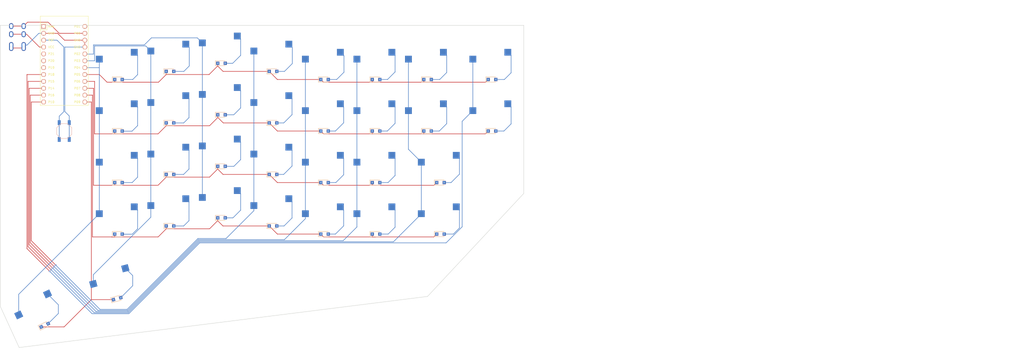
<source format=kicad_pcb>
(kicad_pcb (version 20221018) (generator pcbnew)
  (title_block (title "right") (rev "v1.0.0") (company "Unknown"))
  (layers (0 "F.Cu" signal) (31 "B.Cu" signal) (34 "B.Paste" user) (35 "F.Paste" user) (36 "B.SilkS" user "B.Silkscreen") (37 "F.SilkS" user "F.Silkscreen") (38 "B.Mask" user) (39 "F.Mask" user) (44 "Edge.Cuts" user))
  (net 0 "")
  (net 1 "P16")
  (net 2 "mirror_one_bottom")
  (net 3 "mirror_one_home")
  (net 4 "mirror_one_top")
  (net 5 "mirror_one_number")
  (net 6 "P10")
  (net 7 "mirror_two_bottom")
  (net 8 "mirror_two_home")
  (net 9 "mirror_two_top")
  (net 10 "mirror_two_number")
  (net 11 "P2")
  (net 12 "mirror_three_bottom")
  (net 13 "mirror_three_home")
  (net 14 "mirror_three_top")
  (net 15 "mirror_three_number")
  (net 16 "P3")
  (net 17 "mirror_four_bottom")
  (net 18 "mirror_four_home")
  (net 19 "mirror_four_top")
  (net 20 "mirror_four_number")
  (net 21 "P4")
  (net 22 "mirror_five_bottom")
  (net 23 "mirror_five_home")
  (net 24 "mirror_five_top")
  (net 25 "mirror_five_number")
  (net 26 "P14")
  (net 27 "minus_bottom")
  (net 28 "minus_home")
  (net 29 "minus_top")
  (net 30 "minus_number")
  (net 31 "P15")
  (net 32 "plus_bottom")
  (net 33 "plus_home")
  (net 34 "plus_top")
  (net 35 "plus_number")
  (net 36 "P18")
  (net 37 "backspace_top")
  (net 38 "backspace_number")
  (net 39 "mirror_four_meta")
  (net 40 "mirror_five_meta")
  (net 41 "P8")
  (net 42 "P7")
  (net 43 "P6")
  (net 44 "P5")
  (net 45 "P9")
  (net 46 "RAW")
  (net 47 "GND")
  (net 48 "RST")
  (net 49 "VCC")
  (net 50 "P21")
  (net 51 "P20")
  (net 52 "P19")
  (net 53 "P1")
  (net 54 "P0")
  (footprint "E73:SW_TACT_ALPS_SKQGABE010" (layer "F.Cu") (at 128.675 144.05 -90)
    (fp_text reference "B1" hide)
    (fp_text value "" hide)
  )
  (footprint "MX" (layer "F.Cu") (at 167.775 136.05)
    (fp_text reference "S15" hide)
    (fp_text value "" hide)
  )
  (footprint "MX" (layer "F.Cu") (at 186.825 152.1)
    (fp_text reference "S10" hide)
    (fp_text value "" hide)
  )
  (footprint "Diode_SMD:Nexperia_CFP3_SOD-123W" (layer "F.Cu") (at 263.025 125)
    (fp_text reference "D28" hide)
    (fp_text value "Nexperia_CFP3_SOD-123W" hide)
  )
  (footprint "MX" (layer "F.Cu") (at 286.8375 120)
    (fp_text reference "S30" hide)
    (fp_text value "" hide)
  )
  (footprint "MX" (layer "F.Cu") (at 263.025 120)
    (fp_text reference "S28" hide)
    (fp_text value "" hide)
  )
  (footprint "Diode_SMD:Nexperia_CFP3_SOD-123W" (layer "F.Cu") (at 286.8375 144.05)
    (fp_text reference "D29" hide)
    (fp_text value "Nexperia_CFP3_SOD-123W" hide)
  )
  (footprint "Diode_SMD:Nexperia_CFP3_SOD-123W" (layer "F.Cu") (at 148.725 163.1)
    (fp_text reference "D18" hide)
    (fp_text value "Nexperia_CFP3_SOD-123W" hide)
  )
  (footprint "MX" (layer "F.Cu") (at 119.340001 211.347535 25)
    (fp_text reference "S32" hide)
    (fp_text value "" hide)
  )
  (footprint "MX" (layer "F.Cu") (at 205.875 174.15)
    (fp_text reference "S5" hide)
    (fp_text value "" hide)
  )
  (footprint "MX" (layer "F.Cu") (at 186.825 114)
    (fp_text reference "S12" hide)
    (fp_text value "" hide)
  )
  (footprint "MX" (layer "F.Cu") (at 148.725 177.15)
    (fp_text reference "S17" hide)
    (fp_text value "" hide)
  )
  (footprint "Diode_SMD:Nexperia_CFP3_SOD-123W" (layer "F.Cu") (at 205.875 141.05)
    (fp_text reference "D7" hide)
    (fp_text value "Nexperia_CFP3_SOD-123W" hide)
  )
  (footprint "Diode_SMD:Nexperia_CFP3_SOD-123W" (layer "F.Cu") (at 267.7875 182.15)
    (fp_text reference "D25" hide)
    (fp_text value "Nexperia_CFP3_SOD-123W" hide)
  )
  (footprint "MX" (layer "F.Cu") (at 267.7875 158.1)
    (fp_text reference "S26" hide)
    (fp_text value "" hide)
  )
  (footprint "Diode_SMD:Nexperia_CFP3_SOD-123W" (layer "F.Cu") (at 224.925 144.05)
    (fp_text reference "D3" hide)
    (fp_text value "Nexperia_CFP3_SOD-123W" hide)
  )
  (footprint "MX" (layer "F.Cu") (at 167.775 155.1)
    (fp_text reference "S14" hide)
    (fp_text value "" hide)
  )
  (footprint "Diode_SMD:Nexperia_CFP3_SOD-123W" (layer "F.Cu") (at 148.725 125)
    (fp_text reference "D20" hide)
    (fp_text value "Nexperia_CFP3_SOD-123W" hide)
  )
  (footprint "MX" (layer "F.Cu") (at 243.975 139.05)
    (fp_text reference "S23" hide)
    (fp_text value "" hide)
  )
  (footprint "MX" (layer "F.Cu") (at 146.92704 201.2 15)
    (fp_text reference "S31" hide)
    (fp_text value "" hide)
  )
  (footprint "Diode_SMD:Nexperia_CFP3_SOD-123W" (layer "F.Cu") (at 121.453093 215.879074 25)
    (fp_text reference "D32" hide)
    (fp_text value "Nexperia_CFP3_SOD-123W" hide)
  )
  (footprint "Diode_SMD:Nexperia_CFP3_SOD-123W" (layer "F.Cu") (at 167.775 160.1)
    (fp_text reference "D14" hide)
    (fp_text value "Nexperia_CFP3_SOD-123W" hide)
  )
  (footprint "MX" (layer "F.Cu") (at 243.975 120)
    (fp_text reference "S24" hide)
    (fp_text value "" hide)
  )
  (footprint "MX" (layer "F.Cu") (at 243.975 177.15)
    (fp_text reference "S21" hide)
    (fp_text value "" hide)
  )
  (footprint "Diode_SMD:Nexperia_CFP3_SOD-123W" (layer "F.Cu") (at 148.725 182.15)
    (fp_text reference "D17" hide)
    (fp_text value "Nexperia_CFP3_SOD-123W" hide)
  )
  (footprint "Diode_SMD:Nexperia_CFP3_SOD-123W" (layer "F.Cu") (at 224.925 163.1)
    (fp_text reference "D2" hide)
    (fp_text value "Nexperia_CFP3_SOD-123W" hide)
  )
  (footprint "ProMicro" (layer "F.Cu") (at 128.675 119.35 -90)
    (fp_text reference "MCU1" hide)
    (fp_text value "" hide)
  )
  (footprint "Diode_SMD:Nexperia_CFP3_SOD-123W" (layer "F.Cu") (at 167.775 141.05)
    (fp_text reference "D15" hide)
    (fp_text value "Nexperia_CFP3_SOD-123W" hide)
  )
  (footprint "MX" (layer "F.Cu") (at 243.975 158.1)
    (fp_text reference "S22" hide)
    (fp_text value "" hide)
  )
  (footprint "MX" (layer "F.Cu") (at 148.725 120)
    (fp_text reference "S20" hide)
    (fp_text value "" hide)
  )
  (footprint "Diode_SMD:Nexperia_CFP3_SOD-123W" (layer "F.Cu") (at 243.975 125)
    (fp_text reference "D24" hide)
    (fp_text value "Nexperia_CFP3_SOD-123W" hide)
  )
  (footprint "Diode_SMD:Nexperia_CFP3_SOD-123W" (layer "F.Cu") (at 186.825 138.05)
    (fp_text reference "D11" hide)
    (fp_text value "Nexperia_CFP3_SOD-123W" hide)
  )
  (footprint "MX" (layer "F.Cu") (at 224.925 120)
    (fp_text reference "S4" hide)
    (fp_text value "" hide)
  )
  (footprint "Diode_SMD:Nexperia_CFP3_SOD-123W" (layer "F.Cu") (at 205.875 122)
    (fp_text reference "D8" hide)
    (fp_text value "Nexperia_CFP3_SOD-123W" hide)
  )
  (footprint "MX" (layer "F.Cu") (at 224.925 158.1)
    (fp_text reference "S2" hide)
    (fp_text value "" hide)
  )
  (footprint "TRRS-PJ-320A-dual" (layer "F.Cu") (at 113.675 102.05)
    (fp_text reference "TRRS1")
    (fp_text value "TRRS-PJ-320A-dual")
  )
  (footprint "Diode_SMD:Nexperia_CFP3_SOD-123W" (layer "F.Cu") (at 205.875 160.1)
    (fp_text reference "D6" hide)
    (fp_text value "Nexperia_CFP3_SOD-123W" hide)
  )
  (footprint "Diode_SMD:Nexperia_CFP3_SOD-123W" (layer "F.Cu") (at 224.925 125)
    (fp_text reference "D4" hide)
    (fp_text value "Nexperia_CFP3_SOD-123W" hide)
  )
  (footprint "Diode_SMD:Nexperia_CFP3_SOD-123W" (layer "F.Cu") (at 286.8375 125)
    (fp_text reference "D30" hide)
    (fp_text value "Nexperia_CFP3_SOD-123W" hide)
  )
  (footprint "MX" (layer "F.Cu") (at 267.7875 177.15)
    (fp_text reference "S25" hide)
    (fp_text value "" hide)
  )
  (footprint "MX" (layer "F.Cu") (at 167.775 174.15)
    (fp_text reference "S13" hide)
    (fp_text value "" hide)
  )
  (footprint "MX" (layer "F.Cu") (at 224.925 177.15)
    (fp_text reference "S1" hide)
    (fp_text value "" hide)
  )
  (footprint "Diode_SMD:Nexperia_CFP3_SOD-123W" (layer "F.Cu") (at 243.975 163.1)
    (fp_text reference "D22" hide)
    (fp_text value "Nexperia_CFP3_SOD-123W" hide)
  )
  (footprint "MX" (layer "F.Cu") (at 263.025 139.05)
    (fp_text reference "S27" hide)
    (fp_text value "" hide)
  )
  (footprint "Diode_SMD:Nexperia_CFP3_SOD-123W" (layer "F.Cu") (at 167.775 179.15)
    (fp_text reference "D13" hide)
    (fp_text value "Nexperia_CFP3_SOD-123W" hide)
  )
  (footprint "Diode_SMD:Nexperia_CFP3_SOD-123W" (layer "F.Cu") (at 186.825 119)
    (fp_text reference "D12" hide)
    (fp_text value "Nexperia_CFP3_SOD-123W" hide)
  )
  (footprint "Diode_SMD:Nexperia_CFP3_SOD-123W" (layer "F.Cu") (at 263.025 144.05)
    (fp_text reference "D27" hide)
    (fp_text value "Nexperia_CFP3_SOD-123W" hide)
  )
  (footprint "MX" (layer "F.Cu") (at 205.875 117)
    (fp_text reference "S8" hide)
    (fp_text value "" hide)
  )
  (footprint "Diode_SMD:Nexperia_CFP3_SOD-123W" (layer "F.Cu") (at 224.925 182.15)
    (fp_text reference "D1" hide)
    (fp_text value "Nexperia_CFP3_SOD-123W" hide)
  )
  (footprint "MX" (layer "F.Cu") (at 186.825 133.05)
    (fp_text reference "S11" hide)
    (fp_text value "" hide)
  )
  (footprint "MX" (layer "F.Cu") (at 224.925 139.05)
    (fp_text reference "S3" hide)
    (fp_text value "" hide)
  )
  (footprint "MX" (layer "F.Cu") (at 205.875 155.1)
    (fp_text reference "S6" hide)
    (fp_text value "" hide)
  )
  (footprint "Diode_SMD:Nexperia_CFP3_SOD-123W" (layer "F.Cu") (at 205.875 179.15)
    (fp_text reference "D5" hide)
    (fp_text value "Nexperia_CFP3_SOD-123W" hide)
  )
  (footprint "Diode_SMD:Nexperia_CFP3_SOD-123W" (layer "F.Cu") (at 167.775 122)
    (fp_text reference "D16" hide)
    (fp_text value "Nexperia_CFP3_SOD-123W" hide)
  )
  (footprint "MX" (layer "F.Cu") (at 148.725 158.1)
    (fp_text reference "S18" hide)
    (fp_text value "" hide)
  )
  (footprint "MX" (layer "F.Cu") (at 167.775 117)
    (fp_text reference "S16" hide)
    (fp_text value "" hide)
  )
  (footprint "Diode_SMD:Nexperia_CFP3_SOD-123W" (layer "F.Cu") (at 267.7875 163.1)
    (fp_text reference "D26" hide)
    (fp_text value "Nexperia_CFP3_SOD-123W" hide)
  )
  (footprint "Diode_SMD:Nexperia_CFP3_SOD-123W" (layer "F.Cu") (at 243.975 144.05)
    (fp_text reference "D23" hide)
    (fp_text value "Nexperia_CFP3_SOD-123W" hide)
  )
  (footprint "MX" (layer "F.Cu") (at 286.8375 139.05)
    (fp_text reference "S29" hide)
    (fp_text value "" hide)
  )
  (footprint "Diode_SMD:Nexperia_CFP3_SOD-123W" (layer "F.Cu") (at 148.725 144.05)
    (fp_text reference "D19" hide)
    (fp_text value "Nexperia_CFP3_SOD-123W" hide)
  )
  (footprint "MX" (layer "F.Cu") (at 205.875 136.05)
    (fp_text reference "S7" hide)
    (fp_text value "" hide)
  )
  (footprint "MX" (layer "F.Cu") (at 148.725 139.05)
    (fp_text reference "S19" hide)
    (fp_text value "" hide)
  )
  (footprint "Diode_SMD:Nexperia_CFP3_SOD-123W" (layer "F.Cu") (at 186.825 176.15)
    (fp_text reference "D9" hide)
    (fp_text value "Nexperia_CFP3_SOD-123W" hide)
  )
  (footprint "MX" (layer "F.Cu") (at 186.825 171.15)
    (fp_text reference "S9" hide)
    (fp_text value "" hide)
  )
  (footprint "Diode_SMD:Nexperia_CFP3_SOD-123W" (layer "F.Cu") (at 148.221135 206.029629 15)
    (fp_text reference "D31" hide)
    (fp_text value "Nexperia_CFP3_SOD-123W" hide)
  )
  (footprint "Diode_SMD:Nexperia_CFP3_SOD-123W" (layer "F.Cu") (at 243.975 182.15)
    (fp_text reference "D21" hide)
    (fp_text value "Nexperia_CFP3_SOD-123W" hide)
  )
  (footprint "Diode_SMD:Nexperia_CFP3_SOD-123W" (layer "F.Cu") (at 186.825 157.1)
    (fp_text reference "D10" hide)
    (fp_text value "Nexperia_CFP3_SOD-123W" hide)
  )
  (gr_line (start 298.6 105) (end 298.6 167.1) (stroke (width 0.15)) (layer "Edge.Cuts"))
  (gr_line (start 112 224.1) (end 105 208.8) (stroke (width 0.15)) (layer "Edge.Cuts"))
  (gr_line (start 105 208.8) (end 105 105) (stroke (width 0.15)) (layer "Edge.Cuts"))
  (gr_line (start 263 205.2) (end 112 224.1) (stroke (width 0.15)) (layer "Edge.Cuts"))
  (gr_line (start 105 105) (end 298.6 105) (stroke (width 0.15)) (layer "Edge.Cuts"))
  (gr_line (start 298.6 167.1) (end 263 205.2) (stroke (width 0.15)) (layer "Edge.Cuts"))
  (segment (start 116.1 130.78) (end 121.055 130.78) (width 0.2) (layer "F.Cu") (net 1))
  (segment (start 124.949685 194.18889) (end 116.1 185.339205) (width 0.2) (layer "F.Cu") (net 1))
  (segment (start 124.958226 194.18889) (end 124.949685 194.18889) (width 0.2) (layer "F.Cu") (net 1))
  (segment (start 116.1 185.339205) (end 116.1 130.78) (width 0.2) (layer "F.Cu") (net 1))
  (via (at 124.958226 194.18889) (size 0.6) (drill 0.3) (layers "F.Cu" "B.Cu") (net 1))
  (segment (start 217.84 136.51) (end 217.84 155.56) (width 0.2) (layer "B.Cu") (net 1))
  (segment (start 217.84 176.46) (end 217.84 174.61) (width 0.2) (layer "B.Cu") (net 1))
  (segment (start 152.065686 210.4) (end 178.265686 184.2) (width 0.2) (layer "B.Cu") (net 1))
  (segment (start 124.958226 194.198139) (end 141.160087 210.4) (width 0.2) (layer "B.Cu") (net 1))
  (segment (start 141.160087 210.4) (end 152.065686 210.4) (width 0.2) (layer "B.Cu") (net 1))
  (segment (start 210.1 184.2) (end 217.84 176.46) (width 0.2) (layer "B.Cu") (net 1))
  (segment (start 124.958226 194.18889) (end 124.958226 194.198139) (width 0.2) (layer "B.Cu") (net 1))
  (segment (start 217.84 117.46) (end 217.84 136.51) (width 0.2) (layer "B.Cu") (net 1))
  (segment (start 217.84 174.61) (end 217.84 155.56) (width 0.2) (layer "B.Cu") (net 1))
  (segment (start 178.265686 184.2) (end 210.1 184.2) (width 0.2) (layer "B.Cu") (net 1))
  (segment (start 228.95 182.15) (end 232 179.1) (width 0.2) (layer "B.Cu") (net 2))
  (segment (start 226.325 182.15) (end 228.95 182.15) (width 0.2) (layer "B.Cu") (net 2))
  (segment (start 232 179.1) (end 232 173.303) (width 0.2) (layer "B.Cu") (net 2))
  (segment (start 232 173.303) (end 231.8 173.103) (width 0.2) (layer "B.Cu") (net 2))
  (segment (start 232 154.253) (end 231.9 154.153) (width 0.2) (layer "B.Cu") (net 3))
  (segment (start 232 160.2) (end 232 154.253) (width 0.2) (layer "B.Cu") (net 3))
  (segment (start 226.325 163.1) (end 229.1 163.1) (width 0.2) (layer "B.Cu") (net 3))
  (segment (start 229.1 163.1) (end 232 160.2) (width 0.2) (layer "B.Cu") (net 3))
  (segment (start 226.325 144.05) (end 228.95 144.05) (width 0.2) (layer "B.Cu") (net 4))
  (segment (start 232 141) (end 232 135.203) (width 0.2) (layer "B.Cu") (net 4))
  (segment (start 228.95 144.05) (end 232 141) (width 0.2) (layer "B.Cu") (net 4))
  (segment (start 232 135.203) (end 230.767 133.97) (width 0.2) (layer "B.Cu") (net 4))
  (segment (start 226.325 125) (end 229.4 125) (width 0.2) (layer "B.Cu") (net 5))
  (segment (start 232.1 122.3) (end 232.1 116.253) (width 0.2) (layer "B.Cu") (net 5))
  (segment (start 229.4 125) (end 232.1 122.3) (width 0.2) (layer "B.Cu") (net 5))
  (segment (start 232.1 116.253) (end 230.767 114.92) (width 0.2) (layer "B.Cu") (net 5))
  (segment (start 125.523559 193.623556) (end 116.5 184.599997) (width 0.2) (layer "F.Cu") (net 6))
  (segment (start 116.5 184.599997) (end 116.5 133.32) (width 0.2) (layer "F.Cu") (net 6))
  (segment (start 116.5 133.32) (end 121.055 133.32) (width 0.2) (layer "F.Cu") (net 6))
  (via (at 125.523559 193.623556) (size 0.6) (drill 0.3) (layers "F.Cu" "B.Cu") (net 6))
  (segment (start 198.79 173.51) (end 198.79 171.61) (width 0.2) (layer "B.Cu") (net 6))
  (segment (start 188.5 183.8) (end 198.79 173.51) (width 0.2) (layer "B.Cu") (net 6))
  (segment (start 125.523559 193.623556) (end 141.900003 210) (width 0.2) (layer "B.Cu") (net 6))
  (segment (start 141.900003 210) (end 151.9 210) (width 0.2) (layer "B.Cu") (net 6))
  (segment (start 198.79 114.46) (end 198.79 133.51) (width 0.2) (layer "B.Cu") (net 6))
  (segment (start 198.79 133.51) (end 198.79 152.56) (width 0.2) (layer "B.Cu") (net 6))
  (segment (start 151.9 210) (end 178.1 183.8) (width 0.2) (layer "B.Cu") (net 6))
  (segment (start 198.79 152.56) (end 198.79 171.61) (width 0.2) (layer "B.Cu") (net 6))
  (segment (start 178.1 183.8) (end 188.5 183.8) (width 0.2) (layer "B.Cu") (net 6))
  (segment (start 207.275 179.15) (end 209.95 179.15) (width 0.2) (layer "B.Cu") (net 7))
  (segment (start 212.9 170.253) (end 212.8 170.153) (width 0.2) (layer "B.Cu") (net 7))
  (segment (start 212.9 176.2) (end 212.9 170.253) (width 0.2) (layer "B.Cu") (net 7))
  (segment (start 209.95 179.15) (end 212.9 176.2) (width 0.2) (layer "B.Cu") (net 7))
  (segment (start 212.9 157) (end 212.9 151.203) (width 0.2) (layer "B.Cu") (net 8))
  (segment (start 212.9 151.203) (end 212.8 151.103) (width 0.2) (layer "B.Cu") (net 8))
  (segment (start 209.8 160.1) (end 212.9 157) (width 0.2) (layer "B.Cu") (net 8))
  (segment (start 207.275 160.1) (end 209.8 160.1) (width 0.2) (layer "B.Cu") (net 8))
  (segment (start 212.9 138) (end 212.9 132.153) (width 0.2) (layer "B.Cu") (net 9))
  (segment (start 207.275 141.05) (end 209.85 141.05) (width 0.2) (layer "B.Cu") (net 9))
  (segment (start 212.9 132.153) (end 211.717 130.97) (width 0.2) (layer "B.Cu") (net 9))
  (segment (start 209.85 141.05) (end 212.9 138) (width 0.2) (layer "B.Cu") (net 9))
  (segment (start 207.275 122) (end 210.1 122) (width 0.2) (layer "B.Cu") (net 10))
  (segment (start 210.1 122) (end 213 119.1) (width 0.2) (layer "B.Cu") (net 10))
  (segment (start 213 119.1) (end 213 113.203) (width 0.2) (layer "B.Cu") (net 10))
  (segment (start 213 113.203) (end 211.717 111.92) (width 0.2) (layer "B.Cu") (net 10))
  (segment (start 160.9 109.6) (end 158.3 112.2) (width 0.2) (layer "B.Cu") (net 11))
  (segment (start 177.88 109.6) (end 160.9 109.6) (width 0.2) (layer "B.Cu") (net 11))
  (segment (start 179.74 168.61) (end 179.74 149.56) (width 0.2) (layer "B.Cu") (net 11))
  (segment (start 158.3 112.2) (end 139.5 112.2) (width 0.2) (layer "B.Cu") (net 11))
  (segment (start 139.5 112.2) (end 139.5 115.6) (width 0.2) (layer "B.Cu") (net 11))
  (segment (start 139.5 115.6) (end 136.355 115.6) (width 0.2) (layer "B.Cu") (net 11))
  (segment (start 179.74 149.56) (end 179.74 130.51) (width 0.2) (layer "B.Cu") (net 11))
  (segment (start 179.74 111.46) (end 177.88 109.6) (width 0.2) (layer "B.Cu") (net 11))
  (segment (start 179.74 111.46) (end 179.74 130.51) (width 0.2) (layer "B.Cu") (net 11))
  (segment (start 193.9 167.303) (end 193.7 167.103) (width 0.2) (layer "B.Cu") (net 12))
  (segment (start 191.05 176.15) (end 193.9 173.3) (width 0.2) (layer "B.Cu") (net 12))
  (segment (start 193.9 173.3) (end 193.9 167.303) (width 0.2) (layer "B.Cu") (net 12))
  (segment (start 188.225 176.15) (end 191.05 176.15) (width 0.2) (layer "B.Cu") (net 12))
  (segment (start 188.225 157.1) (end 191.4 157.1) (width 0.2) (layer "B.Cu") (net 13))
  (segment (start 193.9 148.253) (end 192.667 147.02) (width 0.2) (layer "B.Cu") (net 13))
  (segment (start 193.9 154.6) (end 193.9 148.253) (width 0.2) (layer "B.Cu") (net 13))
  (segment (start 191.4 157.1) (end 193.9 154.6) (width 0.2) (layer "B.Cu") (net 13))
  (segment (start 191.35 138.05) (end 193.9 135.5) (width 0.2) (layer "B.Cu") (net 14))
  (segment (start 193.9 135.5) (end 193.9 129.203) (width 0.2) (layer "B.Cu") (net 14))
  (segment (start 193.9 129.203) (end 192.667 127.97) (width 0.2) (layer "B.Cu") (net 14))
  (segment (start 188.225 138.05) (end 191.35 138.05) (width 0.2) (layer "B.Cu") (net 14))
  (segment (start 190.975 119) (end 193.9 116.075) (width 0.2) (layer "B.Cu") (net 15))
  (segment (start 193.9 110.153) (end 192.667 108.92) (width 0.2) (layer "B.Cu") (net 15))
  (segment (start 188.225 119) (end 190.975 119) (width 0.2) (layer "B.Cu") (net 15))
  (segment (start 193.9 116.075) (end 193.9 110.153) (width 0.2) (layer "B.Cu") (net 15))
  (segment (start 139.9 112.6) (end 139.9 118.08) (width 0.2) (layer "B.Cu") (net 16))
  (segment (start 160.69 171.61) (end 160.69 152.56) (width 0.2) (layer "B.Cu") (net 16))
  (segment (start 139.9 118.08) (end 136.295 118.08) (width 0.2) (layer "B.Cu") (net 16))
  (segment (start 160.69 133.51) (end 160.69 152.56) (width 0.2) (layer "B.Cu") (net 16))
  (segment (start 160.69 175.91) (end 160.69 171.61) (width 0.2) (layer "B.Cu") (net 16))
  (segment (start 158.83 112.6) (end 139.9 112.6) (width 0.2) (layer "B.Cu") (net 16))
  (segment (start 160.69 114.46) (end 158.83 112.6) (width 0.2) (layer "B.Cu") (net 16))
  (segment (start 160.69 114.46) (end 160.69 133.51) (width 0.2) (layer "B.Cu") (net 16))
  (segment (start 139.426055 197.173945) (end 160.69 175.91) (width 0.2) (layer "B.Cu") (net 16))
  (segment (start 139.426055 200.580281) (end 139.426055 197.173945) (width 0.2) (layer "B.Cu") (net 16))
  (segment (start 174.8 177.2) (end 174.8 170.253) (width 0.2) (layer "B.Cu") (net 17))
  (segment (start 169.175 179.15) (end 172.85 179.15) (width 0.2) (layer "B.Cu") (net 17))
  (segment (start 174.8 170.253) (end 173.617 169.07) (width 0.2) (layer "B.Cu") (net 17))
  (segment (start 172.85 179.15) (end 174.8 177.2) (width 0.2) (layer "B.Cu") (net 17))
  (segment (start 172.8 160.1) (end 174.8 158.1) (width 0.2) (layer "B.Cu") (net 18))
  (segment (start 169.175 160.1) (end 172.8 160.1) (width 0.2) (layer "B.Cu") (net 18))
  (segment (start 174.8 158.1) (end 174.8 151.203) (width 0.2) (layer "B.Cu") (net 18))
  (segment (start 174.8 151.203) (end 173.617 150.02) (width 0.2) (layer "B.Cu") (net 18))
  (segment (start 174.8 132.153) (end 173.617 130.97) (width 0.2) (layer "B.Cu") (net 19))
  (segment (start 174.8 139.1) (end 174.8 132.153) (width 0.2) (layer "B.Cu") (net 19))
  (segment (start 169.175 141.05) (end 172.85 141.05) (width 0.2) (layer "B.Cu") (net 19))
  (segment (start 172.85 141.05) (end 174.8 139.1) (width 0.2) (layer "B.Cu") (net 19))
  (segment (start 169.175 122) (end 172.9 122) (width 0.2) (layer "B.Cu") (net 20))
  (segment (start 172.9 122) (end 174.9 120) (width 0.2) (layer "B.Cu") (net 20))
  (segment (start 174.9 120) (end 174.9 113.203) (width 0.2) (layer "B.Cu") (net 20))
  (segment (start 174.9 113.203) (end 173.617 111.92) (width 0.2) (layer "B.Cu") (net 20))
  (segment (start 111.84536 204.40464) (end 111.84536 212.039764) (width 0.2) (layer "B.Cu") (net 21))
  (segment (start 141.64 155.56) (end 141.64 174.61) (width 0.2) (layer "B.Cu") (net 21))
  (segment (start 136.295 120.62) (end 141.62 120.62) (width 0.2) (layer "B.Cu") (net 21))
  (segment (start 141.64 120.6) (end 141.64 136.51) (width 0.2) (layer "B.Cu") (net 21))
  (segment (start 141.64 174.61) (end 111.84536 204.40464) (width 0.2) (layer "B.Cu") (net 21))
  (segment (start 141.64 136.51) (end 141.64 155.56) (width 0.2) (layer "B.Cu") (net 21))
  (segment (start 141.64 117.9) (end 141.64 120.6) (width 0.2) (layer "B.Cu") (net 21))
  (segment (start 153.8 182.2) (end 155.8 180.2) (width 0.2) (layer "B.Cu") (net 22))
  (segment (start 150.1 182.2) (end 153.8 182.2) (width 0.2) (layer "B.Cu") (net 22))
  (segment (start 155.8 173.303) (end 154.567 172.07) (width 0.2) (layer "B.Cu") (net 22))
  (segment (start 155.8 180.2) (end 155.8 173.303) (width 0.2) (layer "B.Cu") (net 22))
  (segment (start 153.8 163.1) (end 155.8 161.1) (width 0.2) (layer "B.Cu") (net 23))
  (segment (start 155.8 161.1) (end 155.8 154.253) (width 0.2) (layer "B.Cu") (net 23))
  (segment (start 155.8 154.253) (end 154.567 153.02) (width 0.2) (layer "B.Cu") (net 23))
  (segment (start 150.125 163.1) (end 153.8 163.1) (width 0.2) (layer "B.Cu") (net 23))
  (segment (start 155.8 142.05) (end 155.8 135.203) (width 0.2) (layer "B.Cu") (net 24))
  (segment (start 150.4 144.1) (end 153.75 144.1) (width 0.2) (layer "B.Cu") (net 24))
  (segment (start 155.8 135.203) (end 154.567 133.97) (width 0.2) (layer "B.Cu") (net 24))
  (segment (start 153.75 144.1) (end 155.8 142.05) (width 0.2) (layer "B.Cu") (net 24))
  (segment (start 150.125 125) (end 154 125) (width 0.2) (layer "B.Cu") (net 25))
  (segment (start 155.8 123.2) (end 155.8 116.153) (width 0.2) (layer "B.Cu") (net 25))
  (segment (start 154 125) (end 155.8 123.2) (width 0.2) (layer "B.Cu") (net 25))
  (segment (start 155.8 116.153) (end 154.567 114.92) (width 0.2) (layer "B.Cu") (net 25))
  (segment (start 115.76 128.24) (end 121.055 128.24) (width 0.2) (layer "F.Cu") (net 26))
  (segment (start 115.7 128.3) (end 115.76 128.24) (width 0.2) (layer "F.Cu") (net 26))
  (segment (start 124.392892 194.754223) (end 115.7 186.061331) (width 0.2) (layer "F.Cu") (net 26))
  (segment (start 115.7 186.061331) (end 115.7 128.3) (width 0.2) (layer "F.Cu") (net 26))
  (via (at 124.392892 194.754223) (size 0.6) (drill 0.3) (layers "F.Cu" "B.Cu") (net 26))
  (segment (start 152.231372 210.8) (end 178.431372 184.6) (width 0.2) (layer "B.Cu") (net 26))
  (segment (start 124.392892 194.754223) (end 140.438669 210.8) (width 0.2) (layer "B.Cu") (net 26))
  (segment (start 231.8 184.6) (end 236.89 179.51) (width 0.2) (layer "B.Cu") (net 26))
  (segment (start 236.89 179.51) (end 236.89 174.61) (width 0.2) (layer "B.Cu") (net 26))
  (segment (start 236.89 155.56) (end 236.89 136.51) (width 0.2) (layer "B.Cu") (net 26))
  (segment (start 140.438669 210.8) (end 152.231372 210.8) (width 0.2) (layer "B.Cu") (net 26))
  (segment (start 236.89 155.56) (end 236.89 174.61) (width 0.2) (layer "B.Cu") (net 26))
  (segment (start 178.431372 184.6) (end 231.8 184.6) (width 0.2) (layer "B.Cu") (net 26))
  (segment (start 236.89 117.46) (end 236.89 136.51) (width 0.2) (layer "B.Cu") (net 26))
  (segment (start 248.45 182.15) (end 251 179.6) (width 0.2) (layer "B.Cu") (net 27))
  (segment (start 251 173.253) (end 249.817 172.07) (width 0.2) (layer "B.Cu") (net 27))
  (segment (start 245.375 182.15) (end 248.45 182.15) (width 0.2) (layer "B.Cu") (net 27))
  (segment (start 251 179.6) (end 251 173.253) (width 0.2) (layer "B.Cu") (net 27))
  (segment (start 251 160.5) (end 251 154.203) (width 0.2) (layer "B.Cu") (net 28))
  (segment (start 245.375 163.1) (end 248.4 163.1) (width 0.2) (layer "B.Cu") (net 28))
  (segment (start 248.4 163.1) (end 251 160.5) (width 0.2) (layer "B.Cu") (net 28))
  (segment (start 251 154.203) (end 249.817 153.02) (width 0.2) (layer "B.Cu") (net 28))
  (segment (start 251 141.2) (end 251 135.153) (width 0.2) (layer "B.Cu") (net 29))
  (segment (start 248.15 144.05) (end 251 141.2) (width 0.2) (layer "B.Cu") (net 29))
  (segment (start 251 135.153) (end 249.817 133.97) (width 0.2) (layer "B.Cu") (net 29))
  (segment (start 245.375 144.05) (end 248.15 144.05) (width 0.2) (layer "B.Cu") (net 29))
  (segment (start 251 122.2) (end 251 116.103) (width 0.2) (layer "B.Cu") (net 30))
  (segment (start 245.375 125) (end 248.2 125) (width 0.2) (layer "B.Cu") (net 30))
  (segment (start 248.2 125) (end 251 122.2) (width 0.2) (layer "B.Cu") (net 30))
  (segment (start 251 116.103) (end 249.817 114.92) (width 0.2) (layer "B.Cu") (net 30))
  (segment (start 115.3 186.791999) (end 115.3 125.7) (width 0.2) (layer "F.Cu") (net 31))
  (segment (start 123.827558 195.319557) (end 115.3 186.791999) (width 0.2) (layer "F.Cu") (net 31))
  (segment (start 115.3 125.7) (end 121.055 125.7) (width 0.2) (layer "F.Cu") (net 31))
  (via (at 123.827558 195.319557) (size 0.6) (drill 0.3) (layers "F.Cu" "B.Cu") (net 31))
  (segment (start 255.94 150.7975) (end 255.94 136.51) (width 0.2) (layer "B.Cu") (net 31))
  (segment (start 260.7025 155.56) (end 255.94 150.7975) (width 0.2) (layer "B.Cu") (net 31))
  (segment (start 255.94 117.46) (end 255.94 136.51) (width 0.2) (layer "B.Cu") (net 31))
  (segment (start 123.827558 195.319557) (end 139.708001 211.2) (width 0.2) (layer "B.Cu") (net 31))
  (segment (start 139.708001 211.2) (end 152.397058 211.2) (width 0.2) (layer "B.Cu") (net 31))
  (segment (start 152.397058 211.2) (end 178.597058 185) (width 0.2) (layer "B.Cu") (net 31))
  (segment (start 260.7025 155.56) (end 260.7025 174.61) (width 0.2) (layer "B.Cu") (net 31))
  (segment (start 250.4 185) (end 260.7025 174.6975) (width 0.2) (layer "B.Cu") (net 31))
  (segment (start 178.597058 185) (end 250.4 185) (width 0.2) (layer "B.Cu") (net 31))
  (segment (start 272.55 182.15) (end 274.8 179.9) (width 0.2) (layer "B.Cu") (net 32))
  (segment (start 269.1875 182.15) (end 272.55 182.15) (width 0.2) (layer "B.Cu") (net 32))
  (segment (start 274.8 173.2405) (end 273.6295 172.07) (width 0.2) (layer "B.Cu") (net 32))
  (segment (start 274.8 179.9) (end 274.8 173.2405) (width 0.2) (layer "B.Cu") (net 32))
  (segment (start 274.8 160) (end 274.8 154.1905) (width 0.2) (layer "B.Cu") (net 33))
  (segment (start 274.8 154.1905) (end 273.6295 153.02) (width 0.2) (layer "B.Cu") (net 33))
  (segment (start 271.7 163.1) (end 274.8 160) (width 0.2) (layer "B.Cu") (net 33))
  (segment (start 269.1875 163.1) (end 271.7 163.1) (width 0.2) (layer "B.Cu") (net 33))
  (segment (start 270.1 135.203) (end 268.867 133.97) (width 0.2) (layer "B.Cu") (net 34))
  (segment (start 264.425 144.05) (end 267.35 144.05) (width 0.2) (layer "B.Cu") (net 34))
  (segment (start 267.35 144.05) (end 270.1 141.3) (width 0.2) (layer "B.Cu") (net 34))
  (segment (start 270.1 141.3) (end 270.1 135.203) (width 0.2) (layer "B.Cu") (net 34))
  (segment (start 270.1 122.4) (end 270.1 116.153) (width 0.2) (layer "B.Cu") (net 35))
  (segment (start 270.1 116.153) (end 268.867 114.92) (width 0.2) (layer "B.Cu") (net 35))
  (segment (start 267.5 125) (end 270.1 122.4) (width 0.2) (layer "B.Cu") (net 35))
  (segment (start 264.425 125) (end 267.5 125) (width 0.2) (layer "B.Cu") (net 35))
  (segment (start 123.262225 195.88489) (end 114.9 187.522665) (width 0.2) (layer "F.Cu") (net 36))
  (segment (start 114.9 123.2) (end 114.94 123.16) (width 0.2) (layer "F.Cu") (net 36))
  (segment (start 114.94 123.16) (end 121.055 123.16) (width 0.2) (layer "F.Cu") (net 36))
  (segment (start 114.9 187.522665) (end 114.9 123.2) (width 0.2) (layer "F.Cu") (net 36))
  (via (at 123.262225 195.88489) (size 0.6) (drill 0.3) (layers "F.Cu" "B.Cu") (net 36))
  (segment (start 138.977335 211.6) (end 152.562744 211.6) (width 0.2) (layer "B.Cu") (net 36))
  (segment (start 123.262225 195.88489) (end 138.977335 211.6) (width 0.2) (layer "B.Cu") (net 36))
  (segment (start 269.865686 185.4) (end 275.8 179.465686) (width 0.2) (layer "B.Cu") (net 36))
  (segment (start 275.8 140.4625) (end 279.7525 136.51) (width 0.2) (layer "B.Cu") (net 36))
  (segment (start 275.8 179.465686) (end 275.8 140.4625) (width 0.2) (layer "B.Cu") (net 36))
  (segment (start 178.762744 185.4) (end 269.865686 185.4) (width 0.2) (layer "B.Cu") (net 36))
  (segment (start 152.562744 211.6) (end 178.762744 185.4) (width 0.2) (layer "B.Cu") (net 36))
  (segment (start 279.7525 117.46) (end 279.7525 136.51) (width 0.2) (layer "B.Cu") (net 36))
  (segment (start 291.25 144.05) (end 293.9 141.4) (width 0.2) (layer "B.Cu") (net 37))
  (segment (start 293.9 135.1905) (end 292.6795 133.97) (width 0.2) (layer "B.Cu") (net 37))
  (segment (start 288.2375 144.05) (end 291.25 144.05) (width 0.2) (layer "B.Cu") (net 37))
  (segment (start 293.9 141.4) (end 293.9 135.1905) (width 0.2) (layer "B.Cu") (net 37))
  (segment (start 291.4 125) (end 293.9 122.5) (width 0.2) (layer "B.Cu") (net 38))
  (segment (start 293.9 122.5) (end 293.9 116.1405) (width 0.2) (layer "B.Cu") (net 38))
  (segment (start 288.2375 125) (end 291.4 125) (width 0.2) (layer "B.Cu") (net 38))
  (segment (start 293.9 116.1405) (end 292.6795 114.92) (width 0.2) (layer "B.Cu") (net 38))
  (segment (start 151.281076 194.781076) (end 154 197.5) (width 0.2) (layer "B.Cu") (net 39))
  (segment (start 154 201.240713) (end 149.573431 205.667282) (width 0.2) (layer "B.Cu") (net 39))
  (segment (start 154 197.5) (end 154 201.240713) (width 0.2) (layer "B.Cu") (net 39))
  (segment (start 126.5 211.509332) (end 126.5 208.286806) (width 0.2) (layer "B.Cu") (net 40))
  (segment (start 126.5 208.286806) (end 122.48775 204.274556) (width 0.2) (layer "B.Cu") (net 40))
  (segment (start 122.721924 215.287408) (end 126.5 211.509332) (width 0.2) (layer "B.Cu") (net 40))
  (segment (start 185.425 176.15) (end 185.425 177.175) (width 0.2) (layer "F.Cu") (net 41))
  (segment (start 139.1 130.8) (end 139.08 130.78) (width 0.2) (layer "F.Cu") (net 41))
  (segment (start 204.475 179.15) (end 207.475 182.15) (width 0.2) (layer "F.Cu") (net 41))
  (segment (start 147.325 182.15) (end 147.325 183.175) (width 0.2) (layer "F.Cu") (net 41))
  (segment (start 265.3375 183.2) (end 266.3875 182.15) (width 0.2) (layer "F.Cu") (net 41))
  (segment (start 147.325 183.175) (end 147.3 183.2) (width 0.2) (layer "F.Cu") (net 41))
  (segment (start 166.4 179.175) (end 166.4 180.2) (width 0.2) (layer "F.Cu") (net 41))
  (segment (start 146.275 183.2) (end 163.4 183.2) (width 0.2) (layer "F.Cu") (net 41))
  (segment (start 187.35 179.15) (end 204.475 179.15) (width 0.2) (layer "F.Cu") (net 41))
  (segment (start 147.3 183.2) (end 146.275 183.2) (width 0.2) (layer "F.Cu") (net 41))
  (segment (start 207.475 182.15) (end 223.525 182.15) (width 0.2) (layer "F.Cu") (net 41))
  (segment (start 166.4 180.2) (end 182.4 180.2) (width 0.2) (layer "F.Cu") (net 41))
  (segment (start 146.275 183.2) (end 139.1 183.2) (width 0.2) (layer "F.Cu") (net 41))
  (segment (start 182.4 180.2) (end 185.4 177.2) (width 0.2) (layer "F.Cu") (net 41))
  (segment (start 242.575 183.175) (end 242.6 183.2) (width 0.2) (layer "F.Cu") (net 41))
  (segment (start 242.575 182.15) (end 242.575 183.175) (width 0.2) (layer "F.Cu") (net 41))
  (segment (start 185.4 177.2) (end 187.35 179.15) (width 0.2) (layer "F.Cu") (net 41))
  (segment (start 163.4 183.2) (end 166.4 180.2) (width 0.2) (layer "F.Cu") (net 41))
  (segment (start 139.1 183.2) (end 139.1 130.8) (width 0.2) (layer "F.Cu") (net 41))
  (segment (start 223.525 182.15) (end 224.575 183.2) (width 0.2) (layer "F.Cu") (net 41))
  (segment (start 224.575 183.2) (end 243.8 183.2) (width 0.2) (layer "F.Cu") (net 41))
  (segment (start 242.6 183.2) (end 265.3375 183.2) (width 0.2) (layer "F.Cu") (net 41))
  (segment (start 139.08 130.78) (end 136.295 130.78) (width 0.2) (layer "F.Cu") (net 41))
  (segment (start 185.425 177.175) (end 185.4 177.2) (width 0.2) (layer "F.Cu") (net 41))
  (segment (start 182.4 161.1) (end 166.375 161.1) (width 0.2) (layer "F.Cu") (net 42))
  (segment (start 147.3 164.1) (end 139.5 164.1) (width 0.2) (layer "F.Cu") (net 42))
  (segment (start 139.5 164.1) (end 139.5 128.3) (width 0.2) (layer "F.Cu") (net 42))
  (segment (start 139.5 128.3) (end 139.44 128.24) (width 0.2) (layer "F.Cu") (net 42))
  (segment (start 166.375 161.1) (end 166.375 160.1) (width 0.2) (layer "F.Cu") (net 42))
  (segment (start 166.375 161.1) (end 163.375 164.1) (width 0.2) (layer "F.Cu") (net 42))
  (segment (start 244 164.1) (end 224.525 164.1) (width 0.2) (layer "F.Cu") (net 42))
  (segment (start 207.475 163.1) (end 204.475 160.1) (width 0.2) (layer "F.Cu") (net 42))
  (segment (start 224.525 164.1) (end 223.525 163.1) (width 0.2) (layer "F.Cu") (net 42))
  (segment (start 187.4 160.1) (end 185.4 158.1) (width 0.2) (layer "F.Cu") (net 42))
  (segment (start 185.425 157.1) (end 185.425 158.075) (width 0.2) (layer "F.Cu") (net 42))
  (segment (start 265.3875 164.1) (end 242.6 164.1) (width 0.2) (layer "F.Cu") (net 42))
  (segment (start 147.325 163.1) (end 147.325 164.075) (width 0.2) (layer "F.Cu") (net 42))
  (segment (start 242.575 164.075) (end 242.575 163.1) (width 0.2) (layer "F.Cu") (net 42))
  (segment (start 204.475 160.1) (end 187.4 160.1) (width 0.2) (layer "F.Cu") (net 42))
  (segment (start 185.4 158.1) (end 182.4 161.1) (width 0.2) (layer "F.Cu") (net 42))
  (segment (start 147.325 164.075) (end 147.3 164.1) (width 0.2) (layer "F.Cu") (net 42))
  (segment (start 163.375 164.1) (end 147.3 164.1) (width 0.2) (layer "F.Cu") (net 42))
  (segment (start 139.44 128.24) (end 136.295 128.24) (width 0.2) (layer "F.Cu") (net 42))
  (segment (start 185.425 158.075) (end 185.4 158.1) (width 0.2) (layer "F.Cu") (net 42))
  (segment (start 223.525 163.1) (end 207.475 163.1) (width 0.2) (layer "F.Cu") (net 42))
  (segment (start 266.3875 163.1) (end 265.3875 164.1) (width 0.2) (layer "F.Cu") (net 42))
  (segment (start 242.6 164.1) (end 242.575 164.075) (width 0.2) (layer "F.Cu") (net 42))
  (segment (start 223.525 144.05) (end 224.575 145.1) (width 0.2) (layer "F.Cu") (net 43))
  (segment (start 261.625 144.05) (end 261.625 145.075) (width 0.2) (layer "F.Cu") (net 43))
  (segment (start 185.425 138.05) (end 185.425 139.075) (width 0.2) (layer "F.Cu") (net 43))
  (segment (start 163.375 145.1) (end 166.375 142.1) (width 0.2) (layer "F.Cu") (net 43))
  (segment (start 242.575 144.05) (end 242.575 145.075) (width 0.2) (layer "F.Cu") (net 43))
  (segment (start 147.325 144.05) (end 147.325 145.025) (width 0.2) (layer "F.Cu") (net 43))
  (segment (start 242.6 145.1) (end 261.6 145.1) (width 0.2) (layer "F.Cu") (net 43))
  (segment (start 207.475 144.05) (end 223.525 144.05) (width 0.2) (layer "F.Cu") (net 43))
  (segment (start 204.475 141.05) (end 207.475 144.05) (width 0.2) (layer "F.Cu") (net 43))
  (segment (start 284.3875 145.1) (end 285.4375 144.05) (width 0.2) (layer "F.Cu") (net 43))
  (segment (start 166.375 142.1) (end 182.4 142.1) (width 0.2) (layer "F.Cu") (net 43))
  (segment (start 139.9 125.7) (end 136.295 125.7) (width 0.2) (layer "F.Cu") (net 43))
  (segment (start 185.4 139.1) (end 185.525 139.1) (width 0.2) (layer "F.Cu") (net 43))
  (segment (start 242.575 145.075) (end 242.6 145.1) (width 0.2) (layer "F.Cu") (net 43))
  (segment (start 187.475 141.05) (end 204.475 141.05) (width 0.2) (layer "F.Cu") (net 43))
  (segment (start 261.6 145.1) (end 284.3875 145.1) (width 0.2) (layer "F.Cu") (net 43))
  (segment (start 139.9 145.1) (end 139.9 125.7) (width 0.2) (layer "F.Cu") (net 43))
  (segment (start 185.525 139.1) (end 187.475 141.05) (width 0.2) (layer "F.Cu") (net 43))
  (segment (start 166.375 141.05) (end 166.375 142.1) (width 0.2) (layer "F.Cu") (net 43))
  (segment (start 139.9 145.1) (end 163.375 145.1) (width 0.2) (layer "F.Cu") (net 43))
  (segment (start 261.625 145.075) (end 261.6 145.1) (width 0.2) (layer "F.Cu") (net 43))
  (segment (start 182.4 142.1) (end 185.4 139.1) (width 0.2) (layer "F.Cu") (net 43))
  (segment (start 224.575 145.1) (end 242.6 145.1) (width 0.2) (layer "F.Cu") (net 43))
  (segment (start 147.7 126) (end 144.5 126) (width 0.2) (layer "F.Cu") (net 44))
  (segment (start 223.525 125) (end 207.475 125) (width 0.2) (layer "F.Cu") (net 44))
  (segment (start 261.6 126) (end 284.4375 126) (width 0.2) (layer "F.Cu") (net 44))
  (segment (start 163.535 126) (end 147.4 126) (width 0.2) (layer "F.Cu") (net 44))
  (segment (start 224.525 126) (end 223.525 125) (width 0.2) (layer "F.Cu") (net 44))
  (segment (start 187.4 122) (end 204.475 122) (width 0.2) (layer "F.Cu") (net 44))
  (segment (start 261.625 125.975) (end 261.6 126) (width 0.2) (layer "F.Cu") (net 44))
  (segment (start 166.375 123.16) (end 163.535 126) (width 0.2) (layer "F.Cu") (net 44))
  (segment (start 185.425 119) (end 185.425 119.975) (width 0.2) (layer "F.Cu") (net 44))
  (segment (start 147.325 125.925) (end 147.325 125) (width 0.2) (layer "F.Cu") (net 44))
  (segment (start 147.4 126) (end 147.325 125.925) (width 0.2) (layer "F.Cu") (net 44))
  (segment (start 285.4375 125) (end 284.4375 126) (width 0.2) (layer "F.Cu") (net 44))
  (segment (start 166.375 122) (end 166.375 123.16) (width 0.2) (layer "F.Cu") (net 44))
  (segment (start 141.66 123.16) (end 136.295 123.16) (width 0.2) (layer "F.Cu") (net 44))
  (segment (start 242.575 125) (end 242.575 125.975) (width 0.2) (layer "F.Cu") (net 44))
  (segment (start 242.6 126) (end 224.525 126) (width 0.2) (layer "F.Cu") (net 44))
  (segment (start 207.475 125) (end 204.475 122) (width 0.2) (layer "F.Cu") (net 44))
  (segment (start 261.625 125) (end 261.625 125.975) (width 0.2) (layer "F.Cu") (net 44))
  (segment (start 144.5 126) (end 141.66 123.16) (width 0.2) (layer "F.Cu") (net 44))
  (segment (start 166.375 123.16) (end 182.24 123.16) (width 0.2) (layer "F.Cu") (net 44))
  (segment (start 182.24 123.16) (end 185.4 120) (width 0.2) (layer "F.Cu") (net 44))
  (segment (start 185.4 120) (end 187.4 122) (width 0.2) (layer "F.Cu") (net 44))
  (segment (start 185.425 119.975) (end 185.4 120) (width 0.2) (layer "F.Cu") (net 44))
  (segment (start 242.575 125.975) (end 242.6 126) (width 0.2) (layer "F.Cu") (net 44))
  (segment (start 261.6 126) (end 242.6 126) (width 0.2) (layer "F.Cu") (net 44))
  (segment (start 138.7 133.32) (end 138.7 206.4) (width 0.2) (layer "F.Cu") (net 45))
  (segment (start 138.7 206.4) (end 128.62926 216.47074) (width 0.2) (layer "F.Cu") (net 45))
  (segment (start 128.62926 216.47074) (end 120.184262 216.47074) (width 0.2) (layer "F.Cu") (net 45))
  (segment (start 146.868839 206.391976) (end 138.708024 206.391976) (width 0.2) (layer "F.Cu") (net 45))
  (segment (start 136.295 133.32) (end 138.7 133.32) (width 0.2) (layer "F.Cu") (net 45))
  (segment (start 138.708024 206.391976) (end 138.7 206.4) (width 0.2) (layer "F.Cu") (net 45))
  (segment (start 136.295 113) (end 136.295 110.46) (width 0.2) (layer "F.Cu") (net 47))
  (segment (start 121.055 107.92) (end 126.22 107.92) (width 0.2) (layer "F.Cu") (net 47))
  (segment (start 128.76 110.46) (end 136.295 110.46) (width 0.2) (layer "F.Cu") (net 47))
  (segment (start 126.22 107.92) (end 128.76 110.46) (width 0.2) (layer "F.Cu") (net 47))
  (segment (start 109.075 113.35) (end 113.675 113.35) (width 0.2) (layer "F.Cu") (net 47))
  (segment (start 130.525 138.475) (end 128.9 136.85) (width 0.2) (layer "B.Cu") (net 47))
  (segment (start 128.9 136.85) (end 128.9 113) (width 0.2) (layer "B.Cu") (net 47))
  (segment (start 130.525 147.15) (end 130.525 140.95) (width 0.2) (layer "B.Cu") (net 47))
  (segment (start 130.525 140.95) (end 130.525 138.475) (width 0.2) (layer "B.Cu") (net 47))
  (segment (start 114.95 112.25) (end 119.285 107.915) (width 0.2) (layer "B.Cu") (net 47))
  (segment (start 119.285 107.915) (end 121.05 107.915) (width 0.2) (layer "B.Cu") (net 47))
  (segment (start 128.9 113) (end 136.295 113) (width 0.2) (layer "B.Cu") (net 47))
  (segment (start 113.675 112.25) (end 114.95 112.25) (width 0.2) (layer "B.Cu") (net 47))
  (segment (start 126.825 138.575) (end 128.5 136.9) (width 0.2) (layer "B.Cu") (net 48))
  (segment (start 128.5 136.9) (end 128.5 112.95) (width 0.2) (layer "B.Cu") (net 48))
  (segment (start 126.01 110.46) (end 121.055 110.46) (width 0.2) (layer "B.Cu") (net 48))
  (segment (start 128.5 112.95) (end 126.01 110.46) (width 0.2) (layer "B.Cu") (net 48))
  (segment (start 126.825 140.95) (end 126.825 147.15) (width 0.2) (layer "B.Cu") (net 48))
  (segment (start 126.825 140.95) (end 126.825 138.575) (width 0.2) (layer "B.Cu") (net 48))
  (segment (start 119.5 113) (end 121.055 113) (width 0.2) (layer "F.Cu") (net 49))
  (segment (start 113.675 108.25) (end 114.75 108.25) (width 0.2) (layer "F.Cu") (net 49))
  (segment (start 114.75 108.25) (end 119.5 113) (width 0.2) (layer "F.Cu") (net 49))
  (segment (start 113.675 108.25) (end 109.075 108.25) (width 0.2) (layer "F.Cu") (net 49))
  (segment (start 126.82 107.92) (end 136.295 107.92) (width 0.2) (layer "F.Cu") (net 54))
  (segment (start 113.675 105.25) (end 115.125 103.8) (width 0.2) (layer "F.Cu") (net 54))
  (segment (start 122.7 103.8) (end 126.82 107.92) (width 0.2) (layer "F.Cu") (net 54))
  (segment (start 109.075 105.25) (end 113.675 105.25) (width 0.2) (layer "F.Cu") (net 54))
  (segment (start 115.125 103.8) (end 122.7 103.8) (width 0.2) (layer "F.Cu") (net 54))
)
</source>
